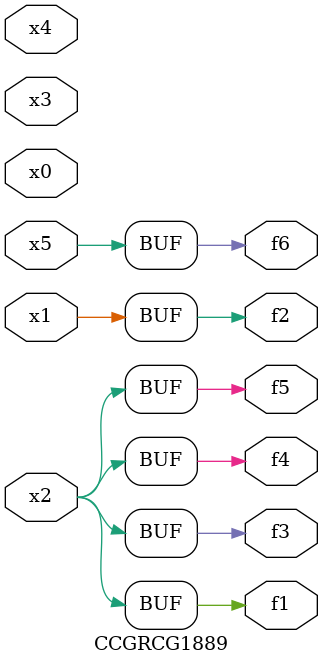
<source format=v>
module CCGRCG1889(
	input x0, x1, x2, x3, x4, x5,
	output f1, f2, f3, f4, f5, f6
);
	assign f1 = x2;
	assign f2 = x1;
	assign f3 = x2;
	assign f4 = x2;
	assign f5 = x2;
	assign f6 = x5;
endmodule

</source>
